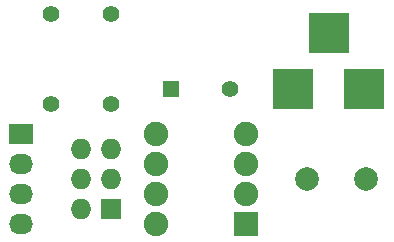
<source format=gts>
G04 #@! TF.FileFunction,Soldermask,Top*
%FSLAX46Y46*%
G04 Gerber Fmt 4.6, Leading zero omitted, Abs format (unit mm)*
G04 Created by KiCad (PCBNEW 4.0.1-stable) date Fri 05 Feb 2016 01:07:36 AM PST*
%MOMM*%
G01*
G04 APERTURE LIST*
%ADD10C,0.100000*%
%ADD11R,1.400000X1.400000*%
%ADD12C,1.400000*%
%ADD13R,2.076400X2.076400*%
%ADD14C,2.076400*%
%ADD15R,2.032000X1.727200*%
%ADD16O,2.032000X1.727200*%
%ADD17R,1.727200X1.727200*%
%ADD18O,1.727200X1.727200*%
%ADD19C,1.998980*%
%ADD20C,1.397000*%
%ADD21R,3.500120X3.500120*%
G04 APERTURE END LIST*
D10*
D11*
X151130000Y-100330000D03*
D12*
X156130000Y-100330000D03*
D13*
X157480000Y-111760000D03*
D14*
X157480000Y-109220000D03*
X157480000Y-106680000D03*
X157480000Y-104140000D03*
X149860000Y-104140000D03*
X149860000Y-106680000D03*
X149860000Y-109220000D03*
X149860000Y-111760000D03*
D15*
X138430000Y-104140000D03*
D16*
X138430000Y-106680000D03*
X138430000Y-109220000D03*
X138430000Y-111760000D03*
D17*
X146050000Y-110490000D03*
D18*
X143510000Y-110490000D03*
X146050000Y-107950000D03*
X143510000Y-107950000D03*
X146050000Y-105410000D03*
X143510000Y-105410000D03*
D19*
X162600640Y-107950000D03*
X167601900Y-107950000D03*
D20*
X146050000Y-101600000D03*
X140970000Y-101600000D03*
X146050000Y-93980000D03*
X140970000Y-93980000D03*
D21*
X161439860Y-100330000D03*
X167439340Y-100330000D03*
X164439600Y-95631000D03*
M02*

</source>
